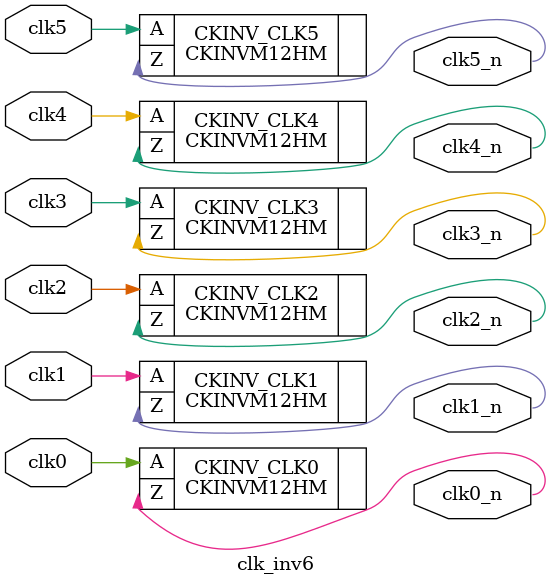
<source format=v>
module clk_inv6(
                clk0,
                clk1,
                clk2,
                clk3,
                clk4,
                clk5,
                clk0_n,
                clk1_n,
                clk2_n,
                clk3_n,
                clk4_n,
                clk5_n
               );
    input  clk0;
    input  clk1;
    input  clk2;
    input  clk3;
    input  clk4;
    input  clk5;
    output clk0_n;
    output clk1_n;
    output clk2_n;
    output clk3_n;
    output clk4_n;
    output clk5_n;

    //assign clk0_n = ~clk0;
    //assign clk1_n = ~clk1;
    //assign clk2_n = ~clk2;
    //assign clk3_n = ~clk3;
    //assign clk4_n = ~clk4;
    //assign clk5_n = ~clk5;

    CKINVM12HM CKINV_CLK0(.A(clk0), .Z(clk0_n));
    CKINVM12HM CKINV_CLK1(.A(clk1), .Z(clk1_n));
    CKINVM12HM CKINV_CLK2(.A(clk2), .Z(clk2_n));
    CKINVM12HM CKINV_CLK3(.A(clk3), .Z(clk3_n));
    CKINVM12HM CKINV_CLK4(.A(clk4), .Z(clk4_n));
    CKINVM12HM CKINV_CLK5(.A(clk5), .Z(clk5_n));

endmodule

</source>
